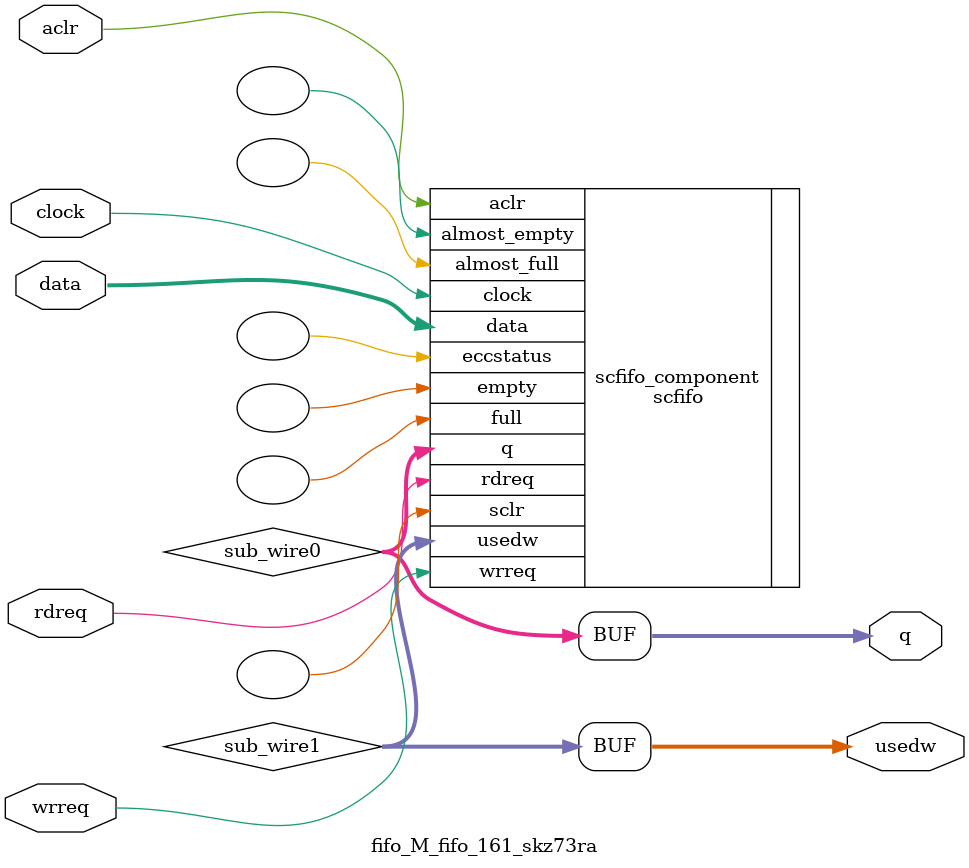
<source format=v>



`timescale 1 ps / 1 ps
// synopsys translate_on
module  fifo_M_fifo_161_skz73ra  (
    aclr,
    clock,
    data,
    rdreq,
    wrreq,
    q,
    usedw);

    input    aclr;
    input    clock;
    input  [31:0]  data;
    input    rdreq;
    input    wrreq;
    output [31:0]  q;
    output [11:0]  usedw;

    wire [31:0] sub_wire0;
    wire [11:0] sub_wire1;
    wire [31:0] q = sub_wire0[31:0];
    wire [11:0] usedw = sub_wire1[11:0];

    scfifo  scfifo_component (
                .aclr (aclr),
                .clock (clock),
                .data (data),
                .rdreq (rdreq),
                .wrreq (wrreq),
                .q (sub_wire0),
                .usedw (sub_wire1),
                .almost_empty (),
                .almost_full (),
                .eccstatus (),
                .empty (),
                .full (),
                .sclr ());
    defparam
        scfifo_component.add_ram_output_register  = "OFF",
        scfifo_component.enable_ecc  = "FALSE",
        scfifo_component.intended_device_family  = "Arria 10",
        scfifo_component.lpm_numwords  = 4096,
        scfifo_component.lpm_showahead  = "ON",
        scfifo_component.lpm_type  = "scfifo",
        scfifo_component.lpm_width  = 32,
        scfifo_component.lpm_widthu  = 12,
        scfifo_component.overflow_checking  = "ON",
        scfifo_component.underflow_checking  = "ON",
        scfifo_component.use_eab  = "ON";


endmodule



</source>
